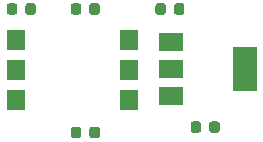
<source format=gtp>
G04 #@! TF.GenerationSoftware,KiCad,Pcbnew,5.0.2-bee76a0~70~ubuntu18.04.1*
G04 #@! TF.CreationDate,2020-07-16T16:32:00+05:30*
G04 #@! TF.ProjectId,plug_with_power_1A_v1.1,706c7567-5f77-4697-9468-5f706f776572,rev?*
G04 #@! TF.SameCoordinates,Original*
G04 #@! TF.FileFunction,Paste,Top*
G04 #@! TF.FilePolarity,Positive*
%FSLAX46Y46*%
G04 Gerber Fmt 4.6, Leading zero omitted, Abs format (unit mm)*
G04 Created by KiCad (PCBNEW 5.0.2-bee76a0~70~ubuntu18.04.1) date Thu Jul 16 16:32:00 2020*
%MOMM*%
%LPD*%
G01*
G04 APERTURE LIST*
%ADD10C,0.100000*%
%ADD11C,0.875000*%
%ADD12R,1.500000X1.780000*%
%ADD13R,2.000000X1.500000*%
%ADD14R,2.000000X3.800000*%
G04 APERTURE END LIST*
D10*
G04 #@! TO.C,R1*
G36*
X99152691Y-71501053D02*
X99173926Y-71504203D01*
X99194750Y-71509419D01*
X99214962Y-71516651D01*
X99234368Y-71525830D01*
X99252781Y-71536866D01*
X99270024Y-71549654D01*
X99285930Y-71564070D01*
X99300346Y-71579976D01*
X99313134Y-71597219D01*
X99324170Y-71615632D01*
X99333349Y-71635038D01*
X99340581Y-71655250D01*
X99345797Y-71676074D01*
X99348947Y-71697309D01*
X99350000Y-71718750D01*
X99350000Y-72231250D01*
X99348947Y-72252691D01*
X99345797Y-72273926D01*
X99340581Y-72294750D01*
X99333349Y-72314962D01*
X99324170Y-72334368D01*
X99313134Y-72352781D01*
X99300346Y-72370024D01*
X99285930Y-72385930D01*
X99270024Y-72400346D01*
X99252781Y-72413134D01*
X99234368Y-72424170D01*
X99214962Y-72433349D01*
X99194750Y-72440581D01*
X99173926Y-72445797D01*
X99152691Y-72448947D01*
X99131250Y-72450000D01*
X98693750Y-72450000D01*
X98672309Y-72448947D01*
X98651074Y-72445797D01*
X98630250Y-72440581D01*
X98610038Y-72433349D01*
X98590632Y-72424170D01*
X98572219Y-72413134D01*
X98554976Y-72400346D01*
X98539070Y-72385930D01*
X98524654Y-72370024D01*
X98511866Y-72352781D01*
X98500830Y-72334368D01*
X98491651Y-72314962D01*
X98484419Y-72294750D01*
X98479203Y-72273926D01*
X98476053Y-72252691D01*
X98475000Y-72231250D01*
X98475000Y-71718750D01*
X98476053Y-71697309D01*
X98479203Y-71676074D01*
X98484419Y-71655250D01*
X98491651Y-71635038D01*
X98500830Y-71615632D01*
X98511866Y-71597219D01*
X98524654Y-71579976D01*
X98539070Y-71564070D01*
X98554976Y-71549654D01*
X98572219Y-71536866D01*
X98590632Y-71525830D01*
X98610038Y-71516651D01*
X98630250Y-71509419D01*
X98651074Y-71504203D01*
X98672309Y-71501053D01*
X98693750Y-71500000D01*
X99131250Y-71500000D01*
X99152691Y-71501053D01*
X99152691Y-71501053D01*
G37*
D11*
X98912500Y-71975000D03*
D10*
G36*
X97577691Y-71501053D02*
X97598926Y-71504203D01*
X97619750Y-71509419D01*
X97639962Y-71516651D01*
X97659368Y-71525830D01*
X97677781Y-71536866D01*
X97695024Y-71549654D01*
X97710930Y-71564070D01*
X97725346Y-71579976D01*
X97738134Y-71597219D01*
X97749170Y-71615632D01*
X97758349Y-71635038D01*
X97765581Y-71655250D01*
X97770797Y-71676074D01*
X97773947Y-71697309D01*
X97775000Y-71718750D01*
X97775000Y-72231250D01*
X97773947Y-72252691D01*
X97770797Y-72273926D01*
X97765581Y-72294750D01*
X97758349Y-72314962D01*
X97749170Y-72334368D01*
X97738134Y-72352781D01*
X97725346Y-72370024D01*
X97710930Y-72385930D01*
X97695024Y-72400346D01*
X97677781Y-72413134D01*
X97659368Y-72424170D01*
X97639962Y-72433349D01*
X97619750Y-72440581D01*
X97598926Y-72445797D01*
X97577691Y-72448947D01*
X97556250Y-72450000D01*
X97118750Y-72450000D01*
X97097309Y-72448947D01*
X97076074Y-72445797D01*
X97055250Y-72440581D01*
X97035038Y-72433349D01*
X97015632Y-72424170D01*
X96997219Y-72413134D01*
X96979976Y-72400346D01*
X96964070Y-72385930D01*
X96949654Y-72370024D01*
X96936866Y-72352781D01*
X96925830Y-72334368D01*
X96916651Y-72314962D01*
X96909419Y-72294750D01*
X96904203Y-72273926D01*
X96901053Y-72252691D01*
X96900000Y-72231250D01*
X96900000Y-71718750D01*
X96901053Y-71697309D01*
X96904203Y-71676074D01*
X96909419Y-71655250D01*
X96916651Y-71635038D01*
X96925830Y-71615632D01*
X96936866Y-71597219D01*
X96949654Y-71579976D01*
X96964070Y-71564070D01*
X96979976Y-71549654D01*
X96997219Y-71536866D01*
X97015632Y-71525830D01*
X97035038Y-71516651D01*
X97055250Y-71509419D01*
X97076074Y-71504203D01*
X97097309Y-71501053D01*
X97118750Y-71500000D01*
X97556250Y-71500000D01*
X97577691Y-71501053D01*
X97577691Y-71501053D01*
G37*
D11*
X97337500Y-71975000D03*
G04 #@! TD*
D10*
G04 #@! TO.C,R3*
G36*
X114715191Y-81501053D02*
X114736426Y-81504203D01*
X114757250Y-81509419D01*
X114777462Y-81516651D01*
X114796868Y-81525830D01*
X114815281Y-81536866D01*
X114832524Y-81549654D01*
X114848430Y-81564070D01*
X114862846Y-81579976D01*
X114875634Y-81597219D01*
X114886670Y-81615632D01*
X114895849Y-81635038D01*
X114903081Y-81655250D01*
X114908297Y-81676074D01*
X114911447Y-81697309D01*
X114912500Y-81718750D01*
X114912500Y-82231250D01*
X114911447Y-82252691D01*
X114908297Y-82273926D01*
X114903081Y-82294750D01*
X114895849Y-82314962D01*
X114886670Y-82334368D01*
X114875634Y-82352781D01*
X114862846Y-82370024D01*
X114848430Y-82385930D01*
X114832524Y-82400346D01*
X114815281Y-82413134D01*
X114796868Y-82424170D01*
X114777462Y-82433349D01*
X114757250Y-82440581D01*
X114736426Y-82445797D01*
X114715191Y-82448947D01*
X114693750Y-82450000D01*
X114256250Y-82450000D01*
X114234809Y-82448947D01*
X114213574Y-82445797D01*
X114192750Y-82440581D01*
X114172538Y-82433349D01*
X114153132Y-82424170D01*
X114134719Y-82413134D01*
X114117476Y-82400346D01*
X114101570Y-82385930D01*
X114087154Y-82370024D01*
X114074366Y-82352781D01*
X114063330Y-82334368D01*
X114054151Y-82314962D01*
X114046919Y-82294750D01*
X114041703Y-82273926D01*
X114038553Y-82252691D01*
X114037500Y-82231250D01*
X114037500Y-81718750D01*
X114038553Y-81697309D01*
X114041703Y-81676074D01*
X114046919Y-81655250D01*
X114054151Y-81635038D01*
X114063330Y-81615632D01*
X114074366Y-81597219D01*
X114087154Y-81579976D01*
X114101570Y-81564070D01*
X114117476Y-81549654D01*
X114134719Y-81536866D01*
X114153132Y-81525830D01*
X114172538Y-81516651D01*
X114192750Y-81509419D01*
X114213574Y-81504203D01*
X114234809Y-81501053D01*
X114256250Y-81500000D01*
X114693750Y-81500000D01*
X114715191Y-81501053D01*
X114715191Y-81501053D01*
G37*
D11*
X114475000Y-81975000D03*
D10*
G36*
X113140191Y-81501053D02*
X113161426Y-81504203D01*
X113182250Y-81509419D01*
X113202462Y-81516651D01*
X113221868Y-81525830D01*
X113240281Y-81536866D01*
X113257524Y-81549654D01*
X113273430Y-81564070D01*
X113287846Y-81579976D01*
X113300634Y-81597219D01*
X113311670Y-81615632D01*
X113320849Y-81635038D01*
X113328081Y-81655250D01*
X113333297Y-81676074D01*
X113336447Y-81697309D01*
X113337500Y-81718750D01*
X113337500Y-82231250D01*
X113336447Y-82252691D01*
X113333297Y-82273926D01*
X113328081Y-82294750D01*
X113320849Y-82314962D01*
X113311670Y-82334368D01*
X113300634Y-82352781D01*
X113287846Y-82370024D01*
X113273430Y-82385930D01*
X113257524Y-82400346D01*
X113240281Y-82413134D01*
X113221868Y-82424170D01*
X113202462Y-82433349D01*
X113182250Y-82440581D01*
X113161426Y-82445797D01*
X113140191Y-82448947D01*
X113118750Y-82450000D01*
X112681250Y-82450000D01*
X112659809Y-82448947D01*
X112638574Y-82445797D01*
X112617750Y-82440581D01*
X112597538Y-82433349D01*
X112578132Y-82424170D01*
X112559719Y-82413134D01*
X112542476Y-82400346D01*
X112526570Y-82385930D01*
X112512154Y-82370024D01*
X112499366Y-82352781D01*
X112488330Y-82334368D01*
X112479151Y-82314962D01*
X112471919Y-82294750D01*
X112466703Y-82273926D01*
X112463553Y-82252691D01*
X112462500Y-82231250D01*
X112462500Y-81718750D01*
X112463553Y-81697309D01*
X112466703Y-81676074D01*
X112471919Y-81655250D01*
X112479151Y-81635038D01*
X112488330Y-81615632D01*
X112499366Y-81597219D01*
X112512154Y-81579976D01*
X112526570Y-81564070D01*
X112542476Y-81549654D01*
X112559719Y-81536866D01*
X112578132Y-81525830D01*
X112597538Y-81516651D01*
X112617750Y-81509419D01*
X112638574Y-81504203D01*
X112659809Y-81501053D01*
X112681250Y-81500000D01*
X113118750Y-81500000D01*
X113140191Y-81501053D01*
X113140191Y-81501053D01*
G37*
D11*
X112900000Y-81975000D03*
G04 #@! TD*
D10*
G04 #@! TO.C,R4*
G36*
X110157691Y-71501053D02*
X110178926Y-71504203D01*
X110199750Y-71509419D01*
X110219962Y-71516651D01*
X110239368Y-71525830D01*
X110257781Y-71536866D01*
X110275024Y-71549654D01*
X110290930Y-71564070D01*
X110305346Y-71579976D01*
X110318134Y-71597219D01*
X110329170Y-71615632D01*
X110338349Y-71635038D01*
X110345581Y-71655250D01*
X110350797Y-71676074D01*
X110353947Y-71697309D01*
X110355000Y-71718750D01*
X110355000Y-72231250D01*
X110353947Y-72252691D01*
X110350797Y-72273926D01*
X110345581Y-72294750D01*
X110338349Y-72314962D01*
X110329170Y-72334368D01*
X110318134Y-72352781D01*
X110305346Y-72370024D01*
X110290930Y-72385930D01*
X110275024Y-72400346D01*
X110257781Y-72413134D01*
X110239368Y-72424170D01*
X110219962Y-72433349D01*
X110199750Y-72440581D01*
X110178926Y-72445797D01*
X110157691Y-72448947D01*
X110136250Y-72450000D01*
X109698750Y-72450000D01*
X109677309Y-72448947D01*
X109656074Y-72445797D01*
X109635250Y-72440581D01*
X109615038Y-72433349D01*
X109595632Y-72424170D01*
X109577219Y-72413134D01*
X109559976Y-72400346D01*
X109544070Y-72385930D01*
X109529654Y-72370024D01*
X109516866Y-72352781D01*
X109505830Y-72334368D01*
X109496651Y-72314962D01*
X109489419Y-72294750D01*
X109484203Y-72273926D01*
X109481053Y-72252691D01*
X109480000Y-72231250D01*
X109480000Y-71718750D01*
X109481053Y-71697309D01*
X109484203Y-71676074D01*
X109489419Y-71655250D01*
X109496651Y-71635038D01*
X109505830Y-71615632D01*
X109516866Y-71597219D01*
X109529654Y-71579976D01*
X109544070Y-71564070D01*
X109559976Y-71549654D01*
X109577219Y-71536866D01*
X109595632Y-71525830D01*
X109615038Y-71516651D01*
X109635250Y-71509419D01*
X109656074Y-71504203D01*
X109677309Y-71501053D01*
X109698750Y-71500000D01*
X110136250Y-71500000D01*
X110157691Y-71501053D01*
X110157691Y-71501053D01*
G37*
D11*
X109917500Y-71975000D03*
D10*
G36*
X111732691Y-71501053D02*
X111753926Y-71504203D01*
X111774750Y-71509419D01*
X111794962Y-71516651D01*
X111814368Y-71525830D01*
X111832781Y-71536866D01*
X111850024Y-71549654D01*
X111865930Y-71564070D01*
X111880346Y-71579976D01*
X111893134Y-71597219D01*
X111904170Y-71615632D01*
X111913349Y-71635038D01*
X111920581Y-71655250D01*
X111925797Y-71676074D01*
X111928947Y-71697309D01*
X111930000Y-71718750D01*
X111930000Y-72231250D01*
X111928947Y-72252691D01*
X111925797Y-72273926D01*
X111920581Y-72294750D01*
X111913349Y-72314962D01*
X111904170Y-72334368D01*
X111893134Y-72352781D01*
X111880346Y-72370024D01*
X111865930Y-72385930D01*
X111850024Y-72400346D01*
X111832781Y-72413134D01*
X111814368Y-72424170D01*
X111794962Y-72433349D01*
X111774750Y-72440581D01*
X111753926Y-72445797D01*
X111732691Y-72448947D01*
X111711250Y-72450000D01*
X111273750Y-72450000D01*
X111252309Y-72448947D01*
X111231074Y-72445797D01*
X111210250Y-72440581D01*
X111190038Y-72433349D01*
X111170632Y-72424170D01*
X111152219Y-72413134D01*
X111134976Y-72400346D01*
X111119070Y-72385930D01*
X111104654Y-72370024D01*
X111091866Y-72352781D01*
X111080830Y-72334368D01*
X111071651Y-72314962D01*
X111064419Y-72294750D01*
X111059203Y-72273926D01*
X111056053Y-72252691D01*
X111055000Y-72231250D01*
X111055000Y-71718750D01*
X111056053Y-71697309D01*
X111059203Y-71676074D01*
X111064419Y-71655250D01*
X111071651Y-71635038D01*
X111080830Y-71615632D01*
X111091866Y-71597219D01*
X111104654Y-71579976D01*
X111119070Y-71564070D01*
X111134976Y-71549654D01*
X111152219Y-71536866D01*
X111170632Y-71525830D01*
X111190038Y-71516651D01*
X111210250Y-71509419D01*
X111231074Y-71504203D01*
X111252309Y-71501053D01*
X111273750Y-71500000D01*
X111711250Y-71500000D01*
X111732691Y-71501053D01*
X111732691Y-71501053D01*
G37*
D11*
X111492500Y-71975000D03*
G04 #@! TD*
D12*
G04 #@! TO.C,U1*
X97680000Y-74585000D03*
X107210000Y-79665000D03*
X97680000Y-77125000D03*
X107210000Y-77125000D03*
X97680000Y-79665000D03*
X107210000Y-74585000D03*
G04 #@! TD*
D10*
G04 #@! TO.C,D1*
G36*
X102990191Y-81951053D02*
X103011426Y-81954203D01*
X103032250Y-81959419D01*
X103052462Y-81966651D01*
X103071868Y-81975830D01*
X103090281Y-81986866D01*
X103107524Y-81999654D01*
X103123430Y-82014070D01*
X103137846Y-82029976D01*
X103150634Y-82047219D01*
X103161670Y-82065632D01*
X103170849Y-82085038D01*
X103178081Y-82105250D01*
X103183297Y-82126074D01*
X103186447Y-82147309D01*
X103187500Y-82168750D01*
X103187500Y-82681250D01*
X103186447Y-82702691D01*
X103183297Y-82723926D01*
X103178081Y-82744750D01*
X103170849Y-82764962D01*
X103161670Y-82784368D01*
X103150634Y-82802781D01*
X103137846Y-82820024D01*
X103123430Y-82835930D01*
X103107524Y-82850346D01*
X103090281Y-82863134D01*
X103071868Y-82874170D01*
X103052462Y-82883349D01*
X103032250Y-82890581D01*
X103011426Y-82895797D01*
X102990191Y-82898947D01*
X102968750Y-82900000D01*
X102531250Y-82900000D01*
X102509809Y-82898947D01*
X102488574Y-82895797D01*
X102467750Y-82890581D01*
X102447538Y-82883349D01*
X102428132Y-82874170D01*
X102409719Y-82863134D01*
X102392476Y-82850346D01*
X102376570Y-82835930D01*
X102362154Y-82820024D01*
X102349366Y-82802781D01*
X102338330Y-82784368D01*
X102329151Y-82764962D01*
X102321919Y-82744750D01*
X102316703Y-82723926D01*
X102313553Y-82702691D01*
X102312500Y-82681250D01*
X102312500Y-82168750D01*
X102313553Y-82147309D01*
X102316703Y-82126074D01*
X102321919Y-82105250D01*
X102329151Y-82085038D01*
X102338330Y-82065632D01*
X102349366Y-82047219D01*
X102362154Y-82029976D01*
X102376570Y-82014070D01*
X102392476Y-81999654D01*
X102409719Y-81986866D01*
X102428132Y-81975830D01*
X102447538Y-81966651D01*
X102467750Y-81959419D01*
X102488574Y-81954203D01*
X102509809Y-81951053D01*
X102531250Y-81950000D01*
X102968750Y-81950000D01*
X102990191Y-81951053D01*
X102990191Y-81951053D01*
G37*
D11*
X102750000Y-82425000D03*
D10*
G36*
X104565191Y-81951053D02*
X104586426Y-81954203D01*
X104607250Y-81959419D01*
X104627462Y-81966651D01*
X104646868Y-81975830D01*
X104665281Y-81986866D01*
X104682524Y-81999654D01*
X104698430Y-82014070D01*
X104712846Y-82029976D01*
X104725634Y-82047219D01*
X104736670Y-82065632D01*
X104745849Y-82085038D01*
X104753081Y-82105250D01*
X104758297Y-82126074D01*
X104761447Y-82147309D01*
X104762500Y-82168750D01*
X104762500Y-82681250D01*
X104761447Y-82702691D01*
X104758297Y-82723926D01*
X104753081Y-82744750D01*
X104745849Y-82764962D01*
X104736670Y-82784368D01*
X104725634Y-82802781D01*
X104712846Y-82820024D01*
X104698430Y-82835930D01*
X104682524Y-82850346D01*
X104665281Y-82863134D01*
X104646868Y-82874170D01*
X104627462Y-82883349D01*
X104607250Y-82890581D01*
X104586426Y-82895797D01*
X104565191Y-82898947D01*
X104543750Y-82900000D01*
X104106250Y-82900000D01*
X104084809Y-82898947D01*
X104063574Y-82895797D01*
X104042750Y-82890581D01*
X104022538Y-82883349D01*
X104003132Y-82874170D01*
X103984719Y-82863134D01*
X103967476Y-82850346D01*
X103951570Y-82835930D01*
X103937154Y-82820024D01*
X103924366Y-82802781D01*
X103913330Y-82784368D01*
X103904151Y-82764962D01*
X103896919Y-82744750D01*
X103891703Y-82723926D01*
X103888553Y-82702691D01*
X103887500Y-82681250D01*
X103887500Y-82168750D01*
X103888553Y-82147309D01*
X103891703Y-82126074D01*
X103896919Y-82105250D01*
X103904151Y-82085038D01*
X103913330Y-82065632D01*
X103924366Y-82047219D01*
X103937154Y-82029976D01*
X103951570Y-82014070D01*
X103967476Y-81999654D01*
X103984719Y-81986866D01*
X104003132Y-81975830D01*
X104022538Y-81966651D01*
X104042750Y-81959419D01*
X104063574Y-81954203D01*
X104084809Y-81951053D01*
X104106250Y-81950000D01*
X104543750Y-81950000D01*
X104565191Y-81951053D01*
X104565191Y-81951053D01*
G37*
D11*
X104325000Y-82425000D03*
G04 #@! TD*
D10*
G04 #@! TO.C,R2*
G36*
X102990191Y-71501053D02*
X103011426Y-71504203D01*
X103032250Y-71509419D01*
X103052462Y-71516651D01*
X103071868Y-71525830D01*
X103090281Y-71536866D01*
X103107524Y-71549654D01*
X103123430Y-71564070D01*
X103137846Y-71579976D01*
X103150634Y-71597219D01*
X103161670Y-71615632D01*
X103170849Y-71635038D01*
X103178081Y-71655250D01*
X103183297Y-71676074D01*
X103186447Y-71697309D01*
X103187500Y-71718750D01*
X103187500Y-72231250D01*
X103186447Y-72252691D01*
X103183297Y-72273926D01*
X103178081Y-72294750D01*
X103170849Y-72314962D01*
X103161670Y-72334368D01*
X103150634Y-72352781D01*
X103137846Y-72370024D01*
X103123430Y-72385930D01*
X103107524Y-72400346D01*
X103090281Y-72413134D01*
X103071868Y-72424170D01*
X103052462Y-72433349D01*
X103032250Y-72440581D01*
X103011426Y-72445797D01*
X102990191Y-72448947D01*
X102968750Y-72450000D01*
X102531250Y-72450000D01*
X102509809Y-72448947D01*
X102488574Y-72445797D01*
X102467750Y-72440581D01*
X102447538Y-72433349D01*
X102428132Y-72424170D01*
X102409719Y-72413134D01*
X102392476Y-72400346D01*
X102376570Y-72385930D01*
X102362154Y-72370024D01*
X102349366Y-72352781D01*
X102338330Y-72334368D01*
X102329151Y-72314962D01*
X102321919Y-72294750D01*
X102316703Y-72273926D01*
X102313553Y-72252691D01*
X102312500Y-72231250D01*
X102312500Y-71718750D01*
X102313553Y-71697309D01*
X102316703Y-71676074D01*
X102321919Y-71655250D01*
X102329151Y-71635038D01*
X102338330Y-71615632D01*
X102349366Y-71597219D01*
X102362154Y-71579976D01*
X102376570Y-71564070D01*
X102392476Y-71549654D01*
X102409719Y-71536866D01*
X102428132Y-71525830D01*
X102447538Y-71516651D01*
X102467750Y-71509419D01*
X102488574Y-71504203D01*
X102509809Y-71501053D01*
X102531250Y-71500000D01*
X102968750Y-71500000D01*
X102990191Y-71501053D01*
X102990191Y-71501053D01*
G37*
D11*
X102750000Y-71975000D03*
D10*
G36*
X104565191Y-71501053D02*
X104586426Y-71504203D01*
X104607250Y-71509419D01*
X104627462Y-71516651D01*
X104646868Y-71525830D01*
X104665281Y-71536866D01*
X104682524Y-71549654D01*
X104698430Y-71564070D01*
X104712846Y-71579976D01*
X104725634Y-71597219D01*
X104736670Y-71615632D01*
X104745849Y-71635038D01*
X104753081Y-71655250D01*
X104758297Y-71676074D01*
X104761447Y-71697309D01*
X104762500Y-71718750D01*
X104762500Y-72231250D01*
X104761447Y-72252691D01*
X104758297Y-72273926D01*
X104753081Y-72294750D01*
X104745849Y-72314962D01*
X104736670Y-72334368D01*
X104725634Y-72352781D01*
X104712846Y-72370024D01*
X104698430Y-72385930D01*
X104682524Y-72400346D01*
X104665281Y-72413134D01*
X104646868Y-72424170D01*
X104627462Y-72433349D01*
X104607250Y-72440581D01*
X104586426Y-72445797D01*
X104565191Y-72448947D01*
X104543750Y-72450000D01*
X104106250Y-72450000D01*
X104084809Y-72448947D01*
X104063574Y-72445797D01*
X104042750Y-72440581D01*
X104022538Y-72433349D01*
X104003132Y-72424170D01*
X103984719Y-72413134D01*
X103967476Y-72400346D01*
X103951570Y-72385930D01*
X103937154Y-72370024D01*
X103924366Y-72352781D01*
X103913330Y-72334368D01*
X103904151Y-72314962D01*
X103896919Y-72294750D01*
X103891703Y-72273926D01*
X103888553Y-72252691D01*
X103887500Y-72231250D01*
X103887500Y-71718750D01*
X103888553Y-71697309D01*
X103891703Y-71676074D01*
X103896919Y-71655250D01*
X103904151Y-71635038D01*
X103913330Y-71615632D01*
X103924366Y-71597219D01*
X103937154Y-71579976D01*
X103951570Y-71564070D01*
X103967476Y-71549654D01*
X103984719Y-71536866D01*
X104003132Y-71525830D01*
X104022538Y-71516651D01*
X104042750Y-71509419D01*
X104063574Y-71504203D01*
X104084809Y-71501053D01*
X104106250Y-71500000D01*
X104543750Y-71500000D01*
X104565191Y-71501053D01*
X104565191Y-71501053D01*
G37*
D11*
X104325000Y-71975000D03*
G04 #@! TD*
D13*
G04 #@! TO.C,D2*
X110800000Y-74775000D03*
X110800000Y-79375000D03*
X110800000Y-77075000D03*
D14*
X117100000Y-77075000D03*
G04 #@! TD*
M02*

</source>
